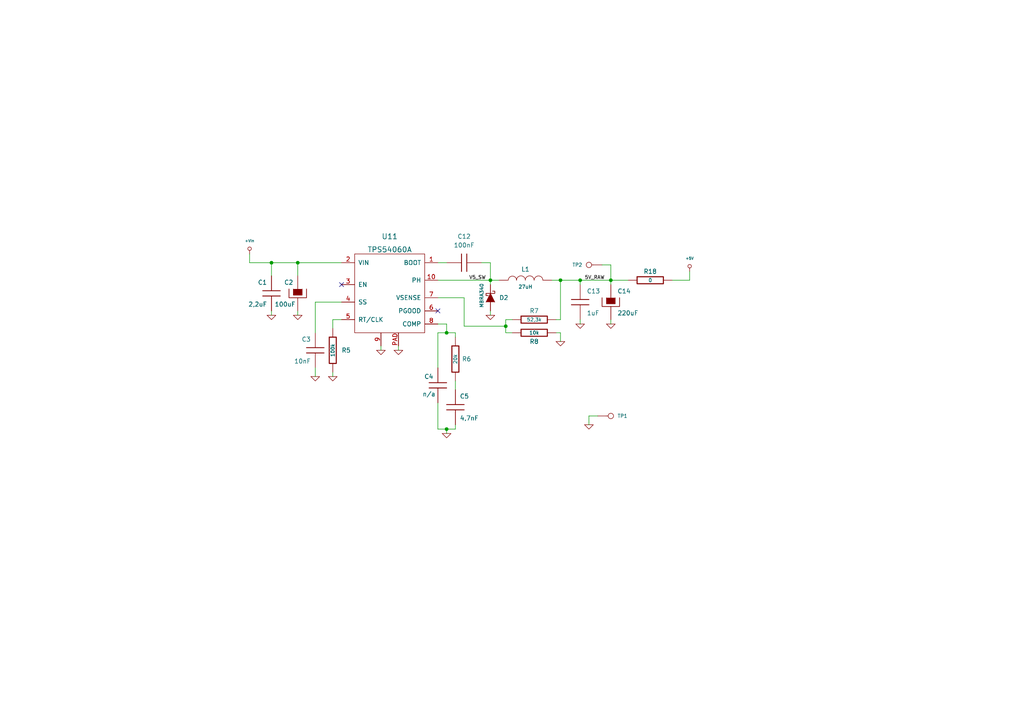
<source format=kicad_sch>
(kicad_sch (version 20211123) (generator eeschema)
  (paper "A4")
  (title_block (title "CowDIN power monitor - Power supply") (date "2022-04-13") (rev "1") (company "Agilack") (comment 1 "License: CC-by-SA"))
  (lib_symbols
    (symbol "cowdin-3a-pwrmon:+5V" (power) (pin_names (offset 0))
      (property "Value" "+5V" (at 0 2.794 0))
      (symbol "+5V_0_0"
        (pin power_in line (at 0 0 90) (length 0) hide (name "+5V") (number "1"))
      )
      (symbol "+5V_0_1"
        (polyline (pts (xy 0 0) (xy 0 1.016) (xy 0 1.016)))
        (circle (center 0 1.524) (radius 0.508))
      )
    )
    (symbol "cowdin-3a-pwrmon:+VIn" (power) (pin_names (offset 0))
      (property "Value" "+VIn" (at 0 2.794 0))
      (symbol "+VIn_0_0"
        (pin power_in line (at 0 0 90) (length 0) hide (name "+VIn") (number "1"))
      )
      (symbol "+VIn_0_1"
        (polyline (pts (xy 0 0) (xy 0 1.016) (xy 0 1.016)))
        (circle (center 0 1.524) (radius 0.508))
      )
    )
    (symbol "cowdin-3a-pwrmon:C" (pin_numbers hide) (pin_names (offset 0.254))
      (property "Reference" "C" (at 1.27 2.54 0))
      (property "Value" "C" (at 1.27 -2.54 0))
      (symbol "C_0_1"
        (polyline (pts (xy -2.54 -0.762) (xy 2.54 -0.762)) (stroke (width 0.254)))
        (polyline (pts (xy -2.54 0.762) (xy 2.54 0.762)) (stroke (width 0.254)))
      )
      (symbol "C_1_1"
        (pin passive line (at 0 5.08 270) (length 4.318) (name "~") (number "1"))
        (pin passive line (at 0 -5.08 90) (length 4.318) (name "~") (number "2"))
      )
    )
    (symbol "cowdin-3a-pwrmon:CONN_1" (pin_numbers hide) (pin_names (offset 0.762) hide)
      (property "Reference" "P" (at 2.032 0 0))
      (symbol "CONN_1_0_1"
        (polyline (pts (xy -0.762 0) (xy -1.27 0)))
        (circle (center 0 0) (radius 0.7874))
      )
      (symbol "CONN_1_1_1"
        (pin passive line (at -3.81 0 0) (length 2.54) (name "1") (number "1"))
      )
    )
    (symbol "cowdin-3a-pwrmon:CP" (pin_numbers hide) (pin_names (offset 0.254) hide)
      (property "Reference" "C" (at 1.27 2.54 0))
      (property "Value" "CP" (at 1.27 -2.54 0))
      (symbol "CP_0_1"
        (polyline (pts (xy -2.54 1.27) (xy -2.54 -1.27) (xy 2.54 -1.27) (xy 2.54 1.27)) (stroke (width 0.2032)))
        (polyline (pts (xy -1.27 1.27) (xy -1.27 -0.508) (xy 1.27 -0.508) (xy 1.27 1.27)) (fill (type outline)))
      )
      (symbol "CP_1_1"
        (pin passive line (at 0 5.08 270) (length 3.81) (name "~") (number "1"))
        (pin passive line (at 0 -5.08 90) (length 3.81) (name "~") (number "2"))
      )
    )
    (symbol "cowdin-3a-pwrmon:D_Schottky" (pin_numbers hide) (pin_names (offset 1.016) hide)
      (property "Reference" "D" (at 0 2.54 0))
      (property "Value" "D_Schottky" (at 0 -2.54 0))
      (symbol "D_Schottky_0_1"
        (polyline (pts (xy 1.27 1.27) (xy -1.27 0) (xy 1.27 -1.27)) (fill (type outline)))
        (polyline (pts (xy -1.905 0.635) (xy -1.905 1.27) (xy -1.27 1.27) (xy -1.27 -1.27) (xy -0.635 -1.27) (xy -0.635 -0.635)) (stroke (width 0.2032)))
      )
      (symbol "D_Schottky_1_1"
        (pin passive line (at 3.81 0 180) (length 2.54) (name "A") (number "1"))
        (pin passive line (at -3.81 0 0) (length 2.54) (name "K") (number "2"))
      )
    )
    (symbol "cowdin-3a-pwrmon:GND" (power) (pin_names (offset 0))
      (symbol "GND_0_1"
        (polyline (pts (xy -1.27 0) (xy 0 -1.27) (xy 1.27 0) (xy -1.27 0)))
      )
      (symbol "GND_1_1"
        (pin power_in line (at 0 0 90) (length 0) hide (name "GND") (number "1"))
      )
    )
    (symbol "cowdin-3a-pwrmon:INDUCTOR" (pin_numbers hide) (pin_names (offset 1.016) hide)
      (property "Reference" "L" (at -1.27 0 90))
      (property "Value" "INDUCTOR" (at 2.54 0 90))
      (symbol "INDUCTOR_0_1"
        (arc (start 0.0254 -5.0546) (mid 1.245 -3.7973) (end 0.0254 -2.54))
        (arc (start 0.0254 -2.5146) (mid 1.2704 -1.2319) (end 0.0254 0.0508))
        (arc (start 0.0254 0.0254) (mid 1.2704 1.3081) (end 0.0254 2.5908))
        (arc (start 0.0254 2.5654) (mid 1.1942 3.7719) (end 0.0254 4.9784))
      )
      (symbol "INDUCTOR_1_1"
        (pin passive line (at 0 7.62 270) (length 2.54) (name "1") (number "1"))
        (pin passive line (at 0 -7.62 90) (length 2.54) (name "2") (number "2"))
      )
    )
    (symbol "cowdin-3a-pwrmon:R" (pin_numbers hide) (pin_names (offset 0))
      (property "Reference" "R" (at 2.032 0 90))
      (property "Value" "R" (at 0 0 90))
      (symbol "R_0_1"
        (rectangle (start -1.016 3.81) (end 1.016 -3.81) (stroke (width 0.3048)))
      )
      (symbol "R_1_1"
        (pin passive line (at 0 6.35 270) (length 2.54) (name "~") (number "1"))
        (pin passive line (at 0 -6.35 90) (length 2.54) (name "~") (number "2"))
      )
    )
    (symbol "cowdin-3a-pwrmon:TPS54060A" (pin_names (offset 1.016))
      (property "Reference" "U" (at 0 13.97 0))
      (property "Value" "TPS54060A" (at 0 0 90))
      (symbol "TPS54060A_0_1"
        (rectangle (start 10.16 11.43) (end -10.16 -11.43))
      )
      (symbol "TPS54060A_1_1"
        (pin input line (at 13.97 8.89 180) (length 3.81) (name "BOOT") (number "1"))
        (pin power_out line (at 13.97 3.81 180) (length 3.81) (name "PH") (number "10"))
        (pin power_in line (at -13.97 8.89 0) (length 3.81) (name "VIN") (number "2"))
        (pin input line (at -13.97 2.54 0) (length 3.81) (name "EN") (number "3"))
        (pin input line (at -13.97 -2.54 0) (length 3.81) (name "SS") (number "4"))
        (pin input line (at -13.97 -7.62 0) (length 3.81) (name "RT/CLK") (number "5"))
        (pin output line (at 13.97 -5.08 180) (length 3.81) (name "PGOOD") (number "6"))
        (pin input line (at 13.97 -1.27 180) (length 3.81) (name "VSENSE") (number "7"))
        (pin input line (at 13.97 -8.89 180) (length 3.81) (name "COMP") (number "8"))
        (pin power_in line (at -2.54 -15.24 90) (length 3.81) (name "~") (number "9"))
        (pin power_in line (at 2.54 -15.24 90) (length 3.81) (name "~") (number "PAD"))
      )
    )
  )
  (junction (at 162.56 81.28))
  (junction (at 86.36 76.2))
  (junction (at 177.165 81.28))
  (junction (at 129.54 96.52))
  (junction (at 78.74 76.2))
  (junction (at 146.685 94.615))
  (junction (at 142.24 81.28))
  (junction (at 129.54 124.46))
  (junction (at 168.275 81.28))
  (no_connect (at 127 90.17))
  (no_connect (at 99.06 82.55))
  (wire (pts (xy 91.44 87.63) (xy 99.06 87.63)))
  (wire (pts (xy 162.56 81.28) (xy 162.56 92.71)))
  (wire (pts (xy 142.24 90.17) (xy 142.24 91.44)))
  (wire (pts (xy 86.36 76.2) (xy 78.74 76.2)))
  (wire (pts (xy 115.57 100.33) (xy 115.57 101.6)))
  (wire (pts (xy 162.56 92.71) (xy 161.29 92.71)))
  (wire (pts (xy 142.24 76.2) (xy 139.7 76.2)))
  (wire (pts (xy 162.56 96.52) (xy 161.29 96.52)))
  (wire (pts (xy 168.275 81.28) (xy 177.165 81.28)))
  (wire (pts (xy 127 124.46) (xy 127 116.84)))
  (wire (pts (xy 177.165 81.28) (xy 177.165 82.55)))
  (wire (pts (xy 96.52 92.71) (xy 96.52 95.25)))
  (wire (pts (xy 146.685 94.615) (xy 146.685 96.52)))
  (wire (pts (xy 162.56 99.06) (xy 162.56 96.52)))
  (wire (pts (xy 129.54 124.46) (xy 129.54 125.73)))
  (wire (pts (xy 134.62 86.36) (xy 127 86.36)))
  (wire (pts (xy 96.52 107.95) (xy 96.52 109.22)))
  (wire (pts (xy 132.08 97.79) (xy 132.08 96.52)))
  (wire (pts (xy 129.54 93.98) (xy 129.54 96.52)))
  (wire (pts (xy 129.54 96.52) (xy 132.08 96.52)))
  (wire (pts (xy 129.54 124.46) (xy 127 124.46)))
  (wire (pts (xy 162.56 81.28) (xy 168.275 81.28)))
  (wire (pts (xy 182.245 81.28) (xy 177.165 81.28)))
  (wire (pts (xy 160.02 81.28) (xy 162.56 81.28)))
  (wire (pts (xy 200.025 81.28) (xy 200.025 78.74)))
  (wire (pts (xy 142.24 81.28) (xy 144.78 81.28)))
  (wire (pts (xy 146.685 92.71) (xy 146.685 94.615)))
  (wire (pts (xy 170.815 120.65) (xy 173.355 120.65)))
  (wire (pts (xy 86.36 80.01) (xy 86.36 76.2)))
  (wire (pts (xy 86.36 76.2) (xy 99.06 76.2)))
  (wire (pts (xy 148.59 92.71) (xy 146.685 92.71)))
  (wire (pts (xy 96.52 92.71) (xy 99.06 92.71)))
  (wire (pts (xy 127 96.52) (xy 127 106.68)))
  (wire (pts (xy 91.44 96.52) (xy 91.44 87.63)))
  (wire (pts (xy 174.625 76.835) (xy 177.165 76.835)))
  (wire (pts (xy 78.74 90.17) (xy 78.74 91.44)))
  (wire (pts (xy 127 76.2) (xy 129.54 76.2)))
  (wire (pts (xy 72.39 73.66) (xy 72.39 76.2)))
  (wire (pts (xy 132.08 124.46) (xy 129.54 124.46)))
  (wire (pts (xy 132.08 110.49) (xy 132.08 113.03)))
  (wire (pts (xy 127 96.52) (xy 129.54 96.52)))
  (wire (pts (xy 142.24 81.28) (xy 142.24 82.55)))
  (wire (pts (xy 132.08 123.19) (xy 132.08 124.46)))
  (wire (pts (xy 177.165 76.835) (xy 177.165 81.28)))
  (wire (pts (xy 146.685 94.615) (xy 134.62 94.615)))
  (wire (pts (xy 72.39 76.2) (xy 78.74 76.2)))
  (wire (pts (xy 168.275 81.28) (xy 168.275 82.55)))
  (wire (pts (xy 194.945 81.28) (xy 200.025 81.28)))
  (wire (pts (xy 170.815 123.19) (xy 170.815 120.65)))
  (wire (pts (xy 86.36 90.17) (xy 86.36 91.44)))
  (wire (pts (xy 134.62 94.615) (xy 134.62 86.36)))
  (wire (pts (xy 127 93.98) (xy 129.54 93.98)))
  (wire (pts (xy 146.685 96.52) (xy 148.59 96.52)))
  (wire (pts (xy 177.165 92.71) (xy 177.165 93.98)))
  (wire (pts (xy 127 81.28) (xy 142.24 81.28)))
  (wire (pts (xy 168.275 92.71) (xy 168.275 93.98)))
  (wire (pts (xy 110.49 100.33) (xy 110.49 101.6)))
  (wire (pts (xy 91.44 106.68) (xy 91.44 109.22)))
  (wire (pts (xy 78.74 76.2) (xy 78.74 80.01)))
  (wire (pts (xy 142.24 81.28) (xy 142.24 76.2)))
  (label "V5_SW" (at 140.97 81.28 180) (effects (font (size 1.016 1.016))))
  (label "5V_RAW" (at 169.545 81.28 0) (effects (font (size 1.016 1.016))))
  (symbol (lib_id "cowdin-3a-pwrmon:C") (at 132.08 118.11 0) (unit 1)
    (property "Reference" "C5" (at 133.35 114.935 0) (effects (justify left)))
    (property "Value" "4,7nF" (at 133.35 121.285 0) (effects (justify left)))
    (property "Footprint" "cowdin-3a-pwrmon:SMD0603" (effects hide))
  )
  (symbol (lib_id "cowdin-3a-pwrmon:R") (at 188.595 81.28 90) (unit 1)
    (property "Reference" "R18" (at 188.595 78.74 90))
    (property "Value" "0" (at 188.595 81.28 90) (effects (font (size 1.016 1.016))))
    (property "Footprint" "cowdin-3a-pwrmon:SMD1206" (effects hide))
  )
  (symbol (lib_id "cowdin-3a-pwrmon:R") (at 154.94 92.71 90) (unit 1)
    (property "Reference" "R7" (at 154.94 90.17 90))
    (property "Value" "52,3k" (at 154.94 92.71 90) (effects (font (size 1.016 1.016))))
    (property "Footprint" "cowdin-3a-pwrmon:SMD0603" (effects hide))
  )
  (symbol (lib_id "cowdin-3a-pwrmon:+5V") (at 200.025 78.74 0) (unit 1)
    (property "Reference" "#PWR0149" (effects hide))
    (property "Value" "+5V" (at 200.025 74.93 0) (effects (font (size 0.762 0.762))))
  )
  (symbol (lib_id "cowdin-3a-pwrmon:GND") (at 96.52 109.22 0) (unit 1)
    (property "Reference" "#PWR0142" (effects hide))
    (property "Value" "GND" (effects hide))
  )
  (symbol (lib_id "cowdin-3a-pwrmon:GND") (at 162.56 99.06 0) (unit 1)
    (property "Reference" "#PWR0148" (effects hide))
    (property "Value" "GND" (effects hide))
  )
  (symbol (lib_id "cowdin-3a-pwrmon:GND") (at 142.24 91.44 0) (unit 1)
    (property "Reference" "#PWR0152" (effects hide))
    (property "Value" "GND" (effects hide))
  )
  (symbol (lib_id "cowdin-3a-pwrmon:TPS54060A") (at 113.03 85.09 0) (unit 1)
    (property "Reference" "U11" (at 113.03 68.58 0) (effects (font (size 1.524 1.524))))
    (property "Value" "TPS54060A" (at 113.03 72.39 0) (effects (font (size 1.524 1.524))))
    (property "Footprint" "cowdin-3a-pwrmon:MSOP10p" (effects hide))
  )
  (symbol (lib_id "cowdin-3a-pwrmon:+VIn") (at 72.39 73.66 0) (unit 1)
    (property "Reference" "#PWR0147" (effects hide))
    (property "Value" "+VIn" (at 72.39 69.85 0) (effects (font (size 0.762 0.762))))
  )
  (symbol (lib_id "cowdin-3a-pwrmon:CP") (at 86.36 85.09 0) (unit 1)
    (property "Reference" "C2" (at 85.09 81.915 0) (effects (justify right)))
    (property "Value" "100uF" (at 85.725 88.265 0) (effects (justify right)))
    (property "Footprint" "cowdin-3a-pwrmon:C_ALU_8x10.5" (effects hide))
  )
  (symbol (lib_id "cowdin-3a-pwrmon:GND") (at 78.74 91.44 0) (unit 1)
    (property "Reference" "#PWR0139" (effects hide))
    (property "Value" "GND" (effects hide))
  )
  (symbol (lib_id "cowdin-3a-pwrmon:GND") (at 110.49 101.6 0) (unit 1)
    (property "Reference" "#PWR0143" (effects hide))
    (property "Value" "GND" (effects hide))
  )
  (symbol (lib_id "cowdin-3a-pwrmon:C") (at 134.62 76.2 90) (unit 1)
    (property "Reference" "C12" (at 134.62 68.58 90))
    (property "Value" "100nF" (at 134.62 71.12 90))
    (property "Footprint" "cowdin-3a-pwrmon:SMD0603" (effects hide))
  )
  (symbol (lib_id "cowdin-3a-pwrmon:GND") (at 170.815 123.19 0) (unit 1)
    (property "Reference" "#PWR0175" (effects hide))
    (property "Value" "GND" (effects hide))
  )
  (symbol (lib_id "cowdin-3a-pwrmon:R") (at 132.08 104.14 0) (unit 1)
    (property "Reference" "R6" (at 133.985 104.14 0) (effects (justify left)))
    (property "Value" "20k" (at 132.08 104.14 90) (effects (font (size 1.016 1.016))))
    (property "Footprint" "cowdin-3a-pwrmon:SMD0603" (effects hide))
  )
  (symbol (lib_id "cowdin-3a-pwrmon:C") (at 91.44 101.6 0) (unit 1)
    (property "Reference" "C3" (at 90.17 98.425 0) (effects (justify right)))
    (property "Value" "10nF" (at 90.17 104.775 0) (effects (justify right)))
    (property "Footprint" "cowdin-3a-pwrmon:SMD0603" (effects hide))
  )
  (symbol (lib_id "cowdin-3a-pwrmon:CONN_1") (at 177.165 120.65 0) (unit 1)
    (property "Reference" "TP1" (at 179.07 120.65 0) (effects (font (size 1.016 1.016)) (justify left)))
    (property "Value" "CONN_1" (effects hide))
    (property "Footprint" "cowdin-3a-pwrmon:TP_SMD" (effects hide))
  )
  (symbol (lib_id "cowdin-3a-pwrmon:C") (at 78.74 85.09 0) (unit 1)
    (property "Reference" "C1" (at 77.47 81.915 0) (effects (justify right)))
    (property "Value" "2,2uF" (at 77.47 88.265 0) (effects (justify right)))
    (property "Footprint" "cowdin-3a-pwrmon:SMD1206" (effects hide))
  )
  (symbol (lib_id "cowdin-3a-pwrmon:GND") (at 129.54 125.73 0) (unit 1)
    (property "Reference" "#PWR0153" (effects hide))
    (property "Value" "GND" (effects hide))
  )
  (symbol (lib_id "cowdin-3a-pwrmon:C") (at 168.275 87.63 0) (unit 1)
    (property "Reference" "C13" (at 170.18 84.455 0) (effects (justify left)))
    (property "Value" "1uF" (at 170.18 90.805 0) (effects (justify left)))
    (property "Footprint" "cowdin-3a-pwrmon:SMD0603" (effects hide))
  )
  (symbol (lib_id "cowdin-3a-pwrmon:R") (at 154.94 96.52 270) (unit 1)
    (property "Reference" "R8" (at 154.94 99.06 90))
    (property "Value" "10k" (at 154.94 96.52 90) (effects (font (size 1.016 1.016))))
    (property "Footprint" "cowdin-3a-pwrmon:SMD0603" (effects hide))
  )
  (symbol (lib_id "cowdin-3a-pwrmon:GND") (at 86.36 91.44 0) (unit 1)
    (property "Reference" "#PWR0140" (effects hide))
    (property "Value" "GND" (effects hide))
  )
  (symbol (lib_id "cowdin-3a-pwrmon:GND") (at 177.165 93.98 0) (unit 1)
    (property "Reference" "#PWR0151" (effects hide))
    (property "Value" "GND" (effects hide))
  )
  (symbol (lib_id "cowdin-3a-pwrmon:GND") (at 91.44 109.22 0) (unit 1)
    (property "Reference" "#PWR0141" (effects hide))
    (property "Value" "GND" (effects hide))
  )
  (symbol (lib_id "cowdin-3a-pwrmon:R") (at 96.52 101.6 0) (unit 1)
    (property "Reference" "R5" (at 99.06 101.6 0) (effects (justify left)))
    (property "Value" "100k" (at 96.52 101.6 90) (effects (font (size 1.016 1.016))))
    (property "Footprint" "cowdin-3a-pwrmon:SMD0603" (effects hide))
  )
  (symbol (lib_id "cowdin-3a-pwrmon:D_Schottky") (at 142.24 86.36 270) (unit 1)
    (property "Reference" "D2" (at 144.78 86.36 90) (effects (justify left)))
    (property "Value" "MBRA340" (at 139.7 85.725 0) (effects (font (size 1.016 1.016))))
    (property "Footprint" "cowdin-3a-pwrmon:DO214AC" (effects hide))
  )
  (symbol (lib_id "cowdin-3a-pwrmon:CONN_1") (at 170.815 76.835 180) (unit 1)
    (property "Reference" "TP2" (at 168.91 76.835 0) (effects (font (size 1.016 1.016)) (justify left)))
    (property "Value" "CONN_1" (effects hide))
    (property "Footprint" "cowdin-3a-pwrmon:TP_SMD" (effects hide))
  )
  (symbol (lib_id "cowdin-3a-pwrmon:C") (at 127 111.76 0) (unit 1)
    (property "Reference" "C4" (at 125.73 109.22 0) (effects (justify right)))
    (property "Value" "n/a" (at 126.365 114.3 0) (effects (justify right)))
    (property "Footprint" "cowdin-3a-pwrmon:SMD0603" (effects hide))
  )
  (symbol (lib_id "cowdin-3a-pwrmon:GND") (at 115.57 101.6 0) (unit 1)
    (property "Reference" "#PWR0144" (effects hide))
    (property "Value" "GND" (effects hide))
  )
  (symbol (lib_id "cowdin-3a-pwrmon:CP") (at 177.165 87.63 0) (unit 1)
    (property "Reference" "C14" (at 179.07 84.455 0) (effects (justify left)))
    (property "Value" "220uF" (at 179.07 90.805 0) (effects (justify left)))
    (property "Footprint" "cowdin-3a-pwrmon:C_TPB_D4" (effects hide))
  )
  (symbol (lib_id "cowdin-3a-pwrmon:INDUCTOR") (at 152.4 81.28 90) (unit 1)
    (property "Reference" "L1" (at 152.4 78.105 90))
    (property "Value" "27uH" (at 152.4 83.185 90) (effects (font (size 1.016 1.016))))
    (property "Footprint" "cowdin-3a-pwrmon:I_MSS1048" (effects hide))
  )
  (symbol (lib_id "cowdin-3a-pwrmon:GND") (at 168.275 93.98 0) (unit 1)
    (property "Reference" "#PWR0150" (effects hide))
    (property "Value" "GND" (effects hide))
  )
)
</source>
